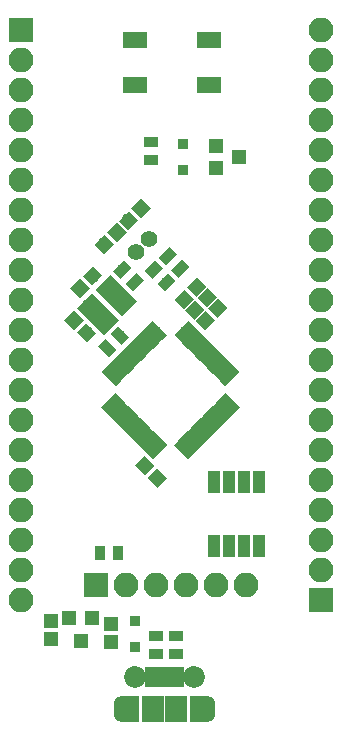
<source format=gbr>
G04 #@! TF.GenerationSoftware,KiCad,Pcbnew,(5.0.0)*
G04 #@! TF.CreationDate,2018-12-13T18:38:50+00:00*
G04 #@! TF.ProjectId,mogo,6D6F676F2E6B696361645F7063620000,rev?*
G04 #@! TF.SameCoordinates,Original*
G04 #@! TF.FileFunction,Soldermask,Top*
G04 #@! TF.FilePolarity,Negative*
%FSLAX46Y46*%
G04 Gerber Fmt 4.6, Leading zero omitted, Abs format (unit mm)*
G04 Created by KiCad (PCBNEW (5.0.0)) date 12/13/18 18:38:50*
%MOMM*%
%LPD*%
G01*
G04 APERTURE LIST*
%ADD10C,1.600000*%
%ADD11C,0.100000*%
%ADD12C,0.650000*%
%ADD13R,2.100000X2.100000*%
%ADD14O,2.100000X2.100000*%
%ADD15C,1.150000*%
%ADD16R,1.150000X1.200000*%
%ADD17R,0.900000X0.900000*%
%ADD18R,1.600000X2.300000*%
%ADD19O,1.600000X2.300000*%
%ADD20R,1.900000X2.300000*%
%ADD21C,1.850000*%
%ADD22R,0.800000X1.750000*%
%ADD23R,1.300000X1.200000*%
%ADD24C,0.900000*%
%ADD25R,1.300000X0.900000*%
%ADD26R,0.900000X1.300000*%
%ADD27R,1.000000X1.950000*%
%ADD28R,1.200000X1.300000*%
%ADD29C,1.400000*%
%ADD30R,2.100000X1.400000*%
G04 APERTURE END LIST*
D10*
G04 #@! TO.C,Y1*
X77247635Y-132302365D03*
D11*
G36*
X77318346Y-131100283D02*
X78449717Y-132231654D01*
X77176924Y-133504447D01*
X76045553Y-132373076D01*
X77318346Y-131100283D01*
X77318346Y-131100283D01*
G37*
D10*
X75692000Y-133858000D03*
D11*
G36*
X75762711Y-132655918D02*
X76894082Y-133787289D01*
X75621289Y-135060082D01*
X74489918Y-133928711D01*
X75762711Y-132655918D01*
X75762711Y-132655918D01*
G37*
D10*
X74560629Y-132726629D03*
D11*
G36*
X74631340Y-131524547D02*
X75762711Y-132655918D01*
X74489918Y-133928711D01*
X73358547Y-132797340D01*
X74631340Y-131524547D01*
X74631340Y-131524547D01*
G37*
D10*
X76116264Y-131170994D03*
D11*
G36*
X76186975Y-129968912D02*
X77318346Y-131100283D01*
X76045553Y-132373076D01*
X74914182Y-131241705D01*
X76186975Y-129968912D01*
X76186975Y-129968912D01*
G37*
G04 #@! TD*
D12*
G04 #@! TO.C,U2*
X82411371Y-134679542D03*
D11*
G36*
X82040140Y-135510392D02*
X81580521Y-135050773D01*
X82782602Y-133848692D01*
X83242221Y-134308311D01*
X82040140Y-135510392D01*
X82040140Y-135510392D01*
G37*
D12*
X82764924Y-135033095D03*
D11*
G36*
X82393693Y-135863945D02*
X81934074Y-135404326D01*
X83136155Y-134202245D01*
X83595774Y-134661864D01*
X82393693Y-135863945D01*
X82393693Y-135863945D01*
G37*
D12*
X83118478Y-135386649D03*
D11*
G36*
X82747247Y-136217499D02*
X82287628Y-135757880D01*
X83489709Y-134555799D01*
X83949328Y-135015418D01*
X82747247Y-136217499D01*
X82747247Y-136217499D01*
G37*
D12*
X83472031Y-135740202D03*
D11*
G36*
X83100800Y-136571052D02*
X82641181Y-136111433D01*
X83843262Y-134909352D01*
X84302881Y-135368971D01*
X83100800Y-136571052D01*
X83100800Y-136571052D01*
G37*
D12*
X83825584Y-136093755D03*
D11*
G36*
X83454353Y-136924605D02*
X82994734Y-136464986D01*
X84196815Y-135262905D01*
X84656434Y-135722524D01*
X83454353Y-136924605D01*
X83454353Y-136924605D01*
G37*
D12*
X84179138Y-136447309D03*
D11*
G36*
X83807907Y-137278159D02*
X83348288Y-136818540D01*
X84550369Y-135616459D01*
X85009988Y-136076078D01*
X83807907Y-137278159D01*
X83807907Y-137278159D01*
G37*
D12*
X84532691Y-136800862D03*
D11*
G36*
X84161460Y-137631712D02*
X83701841Y-137172093D01*
X84903922Y-135970012D01*
X85363541Y-136429631D01*
X84161460Y-137631712D01*
X84161460Y-137631712D01*
G37*
D12*
X84886245Y-137154416D03*
D11*
G36*
X84515014Y-137985266D02*
X84055395Y-137525647D01*
X85257476Y-136323566D01*
X85717095Y-136783185D01*
X84515014Y-137985266D01*
X84515014Y-137985266D01*
G37*
D12*
X85239798Y-137507969D03*
D11*
G36*
X84868567Y-138338819D02*
X84408948Y-137879200D01*
X85611029Y-136677119D01*
X86070648Y-137136738D01*
X84868567Y-138338819D01*
X84868567Y-138338819D01*
G37*
D12*
X85593351Y-137861522D03*
D11*
G36*
X85222120Y-138692372D02*
X84762501Y-138232753D01*
X85964582Y-137030672D01*
X86424201Y-137490291D01*
X85222120Y-138692372D01*
X85222120Y-138692372D01*
G37*
D12*
X85946905Y-138215076D03*
D11*
G36*
X85575674Y-139045926D02*
X85116055Y-138586307D01*
X86318136Y-137384226D01*
X86777755Y-137843845D01*
X85575674Y-139045926D01*
X85575674Y-139045926D01*
G37*
D12*
X86300458Y-138568629D03*
D11*
G36*
X85929227Y-139399479D02*
X85469608Y-138939860D01*
X86671689Y-137737779D01*
X87131308Y-138197398D01*
X85929227Y-139399479D01*
X85929227Y-139399479D01*
G37*
D12*
X86300458Y-140831371D03*
D11*
G36*
X85469608Y-140460140D02*
X85929227Y-140000521D01*
X87131308Y-141202602D01*
X86671689Y-141662221D01*
X85469608Y-140460140D01*
X85469608Y-140460140D01*
G37*
D12*
X85946905Y-141184924D03*
D11*
G36*
X85116055Y-140813693D02*
X85575674Y-140354074D01*
X86777755Y-141556155D01*
X86318136Y-142015774D01*
X85116055Y-140813693D01*
X85116055Y-140813693D01*
G37*
D12*
X85593351Y-141538478D03*
D11*
G36*
X84762501Y-141167247D02*
X85222120Y-140707628D01*
X86424201Y-141909709D01*
X85964582Y-142369328D01*
X84762501Y-141167247D01*
X84762501Y-141167247D01*
G37*
D12*
X85239798Y-141892031D03*
D11*
G36*
X84408948Y-141520800D02*
X84868567Y-141061181D01*
X86070648Y-142263262D01*
X85611029Y-142722881D01*
X84408948Y-141520800D01*
X84408948Y-141520800D01*
G37*
D12*
X84886245Y-142245584D03*
D11*
G36*
X84055395Y-141874353D02*
X84515014Y-141414734D01*
X85717095Y-142616815D01*
X85257476Y-143076434D01*
X84055395Y-141874353D01*
X84055395Y-141874353D01*
G37*
D12*
X84532691Y-142599138D03*
D11*
G36*
X83701841Y-142227907D02*
X84161460Y-141768288D01*
X85363541Y-142970369D01*
X84903922Y-143429988D01*
X83701841Y-142227907D01*
X83701841Y-142227907D01*
G37*
D12*
X84179138Y-142952691D03*
D11*
G36*
X83348288Y-142581460D02*
X83807907Y-142121841D01*
X85009988Y-143323922D01*
X84550369Y-143783541D01*
X83348288Y-142581460D01*
X83348288Y-142581460D01*
G37*
D12*
X83825584Y-143306245D03*
D11*
G36*
X82994734Y-142935014D02*
X83454353Y-142475395D01*
X84656434Y-143677476D01*
X84196815Y-144137095D01*
X82994734Y-142935014D01*
X82994734Y-142935014D01*
G37*
D12*
X83472031Y-143659798D03*
D11*
G36*
X82641181Y-143288567D02*
X83100800Y-142828948D01*
X84302881Y-144031029D01*
X83843262Y-144490648D01*
X82641181Y-143288567D01*
X82641181Y-143288567D01*
G37*
D12*
X83118478Y-144013351D03*
D11*
G36*
X82287628Y-143642120D02*
X82747247Y-143182501D01*
X83949328Y-144384582D01*
X83489709Y-144844201D01*
X82287628Y-143642120D01*
X82287628Y-143642120D01*
G37*
D12*
X82764924Y-144366905D03*
D11*
G36*
X81934074Y-143995674D02*
X82393693Y-143536055D01*
X83595774Y-144738136D01*
X83136155Y-145197755D01*
X81934074Y-143995674D01*
X81934074Y-143995674D01*
G37*
D12*
X82411371Y-144720458D03*
D11*
G36*
X81580521Y-144349227D02*
X82040140Y-143889608D01*
X83242221Y-145091689D01*
X82782602Y-145551308D01*
X81580521Y-144349227D01*
X81580521Y-144349227D01*
G37*
D12*
X80148629Y-144720458D03*
D11*
G36*
X79777398Y-145551308D02*
X79317779Y-145091689D01*
X80519860Y-143889608D01*
X80979479Y-144349227D01*
X79777398Y-145551308D01*
X79777398Y-145551308D01*
G37*
D12*
X79795076Y-144366905D03*
D11*
G36*
X79423845Y-145197755D02*
X78964226Y-144738136D01*
X80166307Y-143536055D01*
X80625926Y-143995674D01*
X79423845Y-145197755D01*
X79423845Y-145197755D01*
G37*
D12*
X79441522Y-144013351D03*
D11*
G36*
X79070291Y-144844201D02*
X78610672Y-144384582D01*
X79812753Y-143182501D01*
X80272372Y-143642120D01*
X79070291Y-144844201D01*
X79070291Y-144844201D01*
G37*
D12*
X79087969Y-143659798D03*
D11*
G36*
X78716738Y-144490648D02*
X78257119Y-144031029D01*
X79459200Y-142828948D01*
X79918819Y-143288567D01*
X78716738Y-144490648D01*
X78716738Y-144490648D01*
G37*
D12*
X78734416Y-143306245D03*
D11*
G36*
X78363185Y-144137095D02*
X77903566Y-143677476D01*
X79105647Y-142475395D01*
X79565266Y-142935014D01*
X78363185Y-144137095D01*
X78363185Y-144137095D01*
G37*
D12*
X78380862Y-142952691D03*
D11*
G36*
X78009631Y-143783541D02*
X77550012Y-143323922D01*
X78752093Y-142121841D01*
X79211712Y-142581460D01*
X78009631Y-143783541D01*
X78009631Y-143783541D01*
G37*
D12*
X78027309Y-142599138D03*
D11*
G36*
X77656078Y-143429988D02*
X77196459Y-142970369D01*
X78398540Y-141768288D01*
X78858159Y-142227907D01*
X77656078Y-143429988D01*
X77656078Y-143429988D01*
G37*
D12*
X77673755Y-142245584D03*
D11*
G36*
X77302524Y-143076434D02*
X76842905Y-142616815D01*
X78044986Y-141414734D01*
X78504605Y-141874353D01*
X77302524Y-143076434D01*
X77302524Y-143076434D01*
G37*
D12*
X77320202Y-141892031D03*
D11*
G36*
X76948971Y-142722881D02*
X76489352Y-142263262D01*
X77691433Y-141061181D01*
X78151052Y-141520800D01*
X76948971Y-142722881D01*
X76948971Y-142722881D01*
G37*
D12*
X76966649Y-141538478D03*
D11*
G36*
X76595418Y-142369328D02*
X76135799Y-141909709D01*
X77337880Y-140707628D01*
X77797499Y-141167247D01*
X76595418Y-142369328D01*
X76595418Y-142369328D01*
G37*
D12*
X76613095Y-141184924D03*
D11*
G36*
X76241864Y-142015774D02*
X75782245Y-141556155D01*
X76984326Y-140354074D01*
X77443945Y-140813693D01*
X76241864Y-142015774D01*
X76241864Y-142015774D01*
G37*
D12*
X76259542Y-140831371D03*
D11*
G36*
X75888311Y-141662221D02*
X75428692Y-141202602D01*
X76630773Y-140000521D01*
X77090392Y-140460140D01*
X75888311Y-141662221D01*
X75888311Y-141662221D01*
G37*
D12*
X76259542Y-138568629D03*
D11*
G36*
X75428692Y-138197398D02*
X75888311Y-137737779D01*
X77090392Y-138939860D01*
X76630773Y-139399479D01*
X75428692Y-138197398D01*
X75428692Y-138197398D01*
G37*
D12*
X76613095Y-138215076D03*
D11*
G36*
X75782245Y-137843845D02*
X76241864Y-137384226D01*
X77443945Y-138586307D01*
X76984326Y-139045926D01*
X75782245Y-137843845D01*
X75782245Y-137843845D01*
G37*
D12*
X76966649Y-137861522D03*
D11*
G36*
X76135799Y-137490291D02*
X76595418Y-137030672D01*
X77797499Y-138232753D01*
X77337880Y-138692372D01*
X76135799Y-137490291D01*
X76135799Y-137490291D01*
G37*
D12*
X77320202Y-137507969D03*
D11*
G36*
X76489352Y-137136738D02*
X76948971Y-136677119D01*
X78151052Y-137879200D01*
X77691433Y-138338819D01*
X76489352Y-137136738D01*
X76489352Y-137136738D01*
G37*
D12*
X77673755Y-137154416D03*
D11*
G36*
X76842905Y-136783185D02*
X77302524Y-136323566D01*
X78504605Y-137525647D01*
X78044986Y-137985266D01*
X76842905Y-136783185D01*
X76842905Y-136783185D01*
G37*
D12*
X78027309Y-136800862D03*
D11*
G36*
X77196459Y-136429631D02*
X77656078Y-135970012D01*
X78858159Y-137172093D01*
X78398540Y-137631712D01*
X77196459Y-136429631D01*
X77196459Y-136429631D01*
G37*
D12*
X78380862Y-136447309D03*
D11*
G36*
X77550012Y-136076078D02*
X78009631Y-135616459D01*
X79211712Y-136818540D01*
X78752093Y-137278159D01*
X77550012Y-136076078D01*
X77550012Y-136076078D01*
G37*
D12*
X78734416Y-136093755D03*
D11*
G36*
X77903566Y-135722524D02*
X78363185Y-135262905D01*
X79565266Y-136464986D01*
X79105647Y-136924605D01*
X77903566Y-135722524D01*
X77903566Y-135722524D01*
G37*
D12*
X79087969Y-135740202D03*
D11*
G36*
X78257119Y-135368971D02*
X78716738Y-134909352D01*
X79918819Y-136111433D01*
X79459200Y-136571052D01*
X78257119Y-135368971D01*
X78257119Y-135368971D01*
G37*
D12*
X79441522Y-135386649D03*
D11*
G36*
X78610672Y-135015418D02*
X79070291Y-134555799D01*
X80272372Y-135757880D01*
X79812753Y-136217499D01*
X78610672Y-135015418D01*
X78610672Y-135015418D01*
G37*
D12*
X79795076Y-135033095D03*
D11*
G36*
X78964226Y-134661864D02*
X79423845Y-134202245D01*
X80625926Y-135404326D01*
X80166307Y-135863945D01*
X78964226Y-134661864D01*
X78964226Y-134661864D01*
G37*
D12*
X80148629Y-134679542D03*
D11*
G36*
X79317779Y-134308311D02*
X79777398Y-133848692D01*
X80979479Y-135050773D01*
X80519860Y-135510392D01*
X79317779Y-134308311D01*
X79317779Y-134308311D01*
G37*
G04 #@! TD*
D13*
G04 #@! TO.C,J3*
X93980000Y-157480000D03*
D14*
X93980000Y-154940000D03*
X93980000Y-152400000D03*
X93980000Y-149860000D03*
X93980000Y-147320000D03*
X93980000Y-144780000D03*
X93980000Y-142240000D03*
X93980000Y-139700000D03*
X93980000Y-137160000D03*
X93980000Y-134620000D03*
X93980000Y-132080000D03*
X93980000Y-129540000D03*
X93980000Y-127000000D03*
X93980000Y-124460000D03*
X93980000Y-121920000D03*
X93980000Y-119380000D03*
X93980000Y-116840000D03*
X93980000Y-114300000D03*
X93980000Y-111760000D03*
X93980000Y-109220000D03*
G04 #@! TD*
D15*
G04 #@! TO.C,C1*
X74676000Y-130048000D03*
D11*
G36*
X74693678Y-129217150D02*
X75506850Y-130030322D01*
X74658322Y-130878850D01*
X73845150Y-130065678D01*
X74693678Y-129217150D01*
X74693678Y-129217150D01*
G37*
D15*
X73615340Y-131108660D03*
D11*
G36*
X73633018Y-130277810D02*
X74446190Y-131090982D01*
X73597662Y-131939510D01*
X72784490Y-131126338D01*
X73633018Y-130277810D01*
X73633018Y-130277810D01*
G37*
G04 #@! TD*
D15*
G04 #@! TO.C,C2*
X73107340Y-133813340D03*
D11*
G36*
X73938190Y-133831018D02*
X73125018Y-134644190D01*
X72276490Y-133795662D01*
X73089662Y-132982490D01*
X73938190Y-133831018D01*
X73938190Y-133831018D01*
G37*
D15*
X74168000Y-134874000D03*
D11*
G36*
X74998850Y-134891678D02*
X74185678Y-135704850D01*
X73337150Y-134856322D01*
X74150322Y-134043150D01*
X74998850Y-134891678D01*
X74998850Y-134891678D01*
G37*
G04 #@! TD*
D15*
G04 #@! TO.C,C3*
X75669670Y-127403330D03*
D11*
G36*
X75687348Y-126572480D02*
X76500520Y-127385652D01*
X75651992Y-128234180D01*
X74838820Y-127421008D01*
X75687348Y-126572480D01*
X75687348Y-126572480D01*
G37*
D15*
X76730330Y-126342670D03*
D11*
G36*
X76748008Y-125511820D02*
X77561180Y-126324992D01*
X76712652Y-127173520D01*
X75899480Y-126360348D01*
X76748008Y-125511820D01*
X76748008Y-125511820D01*
G37*
G04 #@! TD*
D15*
G04 #@! TO.C,C4*
X77713670Y-125371330D03*
D11*
G36*
X77695992Y-126202180D02*
X76882820Y-125389008D01*
X77731348Y-124540480D01*
X78544520Y-125353652D01*
X77695992Y-126202180D01*
X77695992Y-126202180D01*
G37*
D15*
X78774330Y-124310670D03*
D11*
G36*
X78756652Y-125141520D02*
X77943480Y-124328348D01*
X78792008Y-123479820D01*
X79605180Y-124292992D01*
X78756652Y-125141520D01*
X78756652Y-125141520D01*
G37*
G04 #@! TD*
D15*
G04 #@! TO.C,C5*
X83483660Y-131019340D03*
D11*
G36*
X83465982Y-131850190D02*
X82652810Y-131037018D01*
X83501338Y-130188490D01*
X84314510Y-131001662D01*
X83465982Y-131850190D01*
X83465982Y-131850190D01*
G37*
D15*
X82423000Y-132080000D03*
D11*
G36*
X82405322Y-132910850D02*
X81592150Y-132097678D01*
X82440678Y-131249150D01*
X83253850Y-132062322D01*
X82405322Y-132910850D01*
X82405322Y-132910850D01*
G37*
G04 #@! TD*
D15*
G04 #@! TO.C,C6*
X83312000Y-132969000D03*
D11*
G36*
X83294322Y-133799850D02*
X82481150Y-132986678D01*
X83329678Y-132138150D01*
X84142850Y-132951322D01*
X83294322Y-133799850D01*
X83294322Y-133799850D01*
G37*
D15*
X84372660Y-131908340D03*
D11*
G36*
X84354982Y-132739190D02*
X83541810Y-131926018D01*
X84390338Y-131077490D01*
X85203510Y-131890662D01*
X84354982Y-132739190D01*
X84354982Y-132739190D01*
G37*
G04 #@! TD*
D16*
G04 #@! TO.C,C7*
X76200000Y-161024000D03*
X76200000Y-159524000D03*
G04 #@! TD*
D15*
G04 #@! TO.C,C8*
X85261660Y-132797340D03*
D11*
G36*
X85243982Y-133628190D02*
X84430810Y-132815018D01*
X85279338Y-131966490D01*
X86092510Y-132779662D01*
X85243982Y-133628190D01*
X85243982Y-133628190D01*
G37*
D15*
X84201000Y-133858000D03*
D11*
G36*
X84183322Y-134688850D02*
X83370150Y-133875678D01*
X84218678Y-133027150D01*
X85031850Y-133840322D01*
X84183322Y-134688850D01*
X84183322Y-134688850D01*
G37*
G04 #@! TD*
D15*
G04 #@! TO.C,C9*
X79098670Y-146132340D03*
D11*
G36*
X78267820Y-146114662D02*
X79080992Y-145301490D01*
X79929520Y-146150018D01*
X79116348Y-146963190D01*
X78267820Y-146114662D01*
X78267820Y-146114662D01*
G37*
D15*
X80159330Y-147193000D03*
D11*
G36*
X79328480Y-147175322D02*
X80141652Y-146362150D01*
X80990180Y-147210678D01*
X80177008Y-148023850D01*
X79328480Y-147175322D01*
X79328480Y-147175322D01*
G37*
G04 #@! TD*
D16*
G04 #@! TO.C,C10*
X71120000Y-160770000D03*
X71120000Y-159270000D03*
G04 #@! TD*
D17*
G04 #@! TO.C,D1*
X78232000Y-161458000D03*
X78232000Y-159258000D03*
G04 #@! TD*
G04 #@! TO.C,D2*
X82296000Y-121071998D03*
X82296000Y-118872000D03*
G04 #@! TD*
D18*
G04 #@! TO.C,J1*
X77880000Y-166720000D03*
X83680000Y-166720000D03*
D19*
X84280000Y-166720000D03*
X77280000Y-166720000D03*
D20*
X79780000Y-166720000D03*
D21*
X83280000Y-164020000D03*
D22*
X80780000Y-164020000D03*
X81430000Y-164020000D03*
X82080000Y-164020000D03*
X79480000Y-164020000D03*
X80130000Y-164020000D03*
D21*
X78280000Y-164020000D03*
D20*
X81780000Y-166720000D03*
G04 #@! TD*
D14*
G04 #@! TO.C,J4*
X68580000Y-157480000D03*
X68580000Y-154940000D03*
X68580000Y-152400000D03*
X68580000Y-149860000D03*
X68580000Y-147320000D03*
X68580000Y-144780000D03*
X68580000Y-142240000D03*
X68580000Y-139700000D03*
X68580000Y-137160000D03*
X68580000Y-134620000D03*
X68580000Y-132080000D03*
X68580000Y-129540000D03*
X68580000Y-127000000D03*
X68580000Y-124460000D03*
X68580000Y-121920000D03*
X68580000Y-119380000D03*
X68580000Y-116840000D03*
X68580000Y-114300000D03*
X68580000Y-111760000D03*
D13*
X68580000Y-109220000D03*
G04 #@! TD*
D23*
G04 #@! TO.C,Q1*
X85106000Y-119065000D03*
X85106000Y-120965000D03*
X87106000Y-120015000D03*
G04 #@! TD*
D24*
G04 #@! TO.C,R1*
X77171340Y-129517670D03*
D11*
G36*
X77949157Y-129376249D02*
X77029919Y-130295487D01*
X76393523Y-129659091D01*
X77312761Y-128739853D01*
X77949157Y-129376249D01*
X77949157Y-129376249D01*
G37*
D24*
X78232000Y-130578330D03*
D11*
G36*
X79009817Y-130436909D02*
X78090579Y-131356147D01*
X77454183Y-130719751D01*
X78373421Y-129800513D01*
X79009817Y-130436909D01*
X79009817Y-130436909D01*
G37*
G04 #@! TD*
D24*
G04 #@! TO.C,R2*
X76984330Y-135105670D03*
D11*
G36*
X76842909Y-134327853D02*
X77762147Y-135247091D01*
X77125751Y-135883487D01*
X76206513Y-134964249D01*
X76842909Y-134327853D01*
X76842909Y-134327853D01*
G37*
D24*
X75923670Y-136166330D03*
D11*
G36*
X75782249Y-135388513D02*
X76701487Y-136307751D01*
X76065091Y-136944147D01*
X75145853Y-136024909D01*
X75782249Y-135388513D01*
X75782249Y-135388513D01*
G37*
G04 #@! TD*
D25*
G04 #@! TO.C,R3*
X81730000Y-160540000D03*
X81730000Y-162040000D03*
G04 #@! TD*
G04 #@! TO.C,R4*
X80010000Y-162040000D03*
X80010000Y-160540000D03*
G04 #@! TD*
D24*
G04 #@! TO.C,R5*
X80921330Y-130600660D03*
D11*
G36*
X81699147Y-130459239D02*
X80779909Y-131378477D01*
X80143513Y-130742081D01*
X81062751Y-129822843D01*
X81699147Y-130459239D01*
X81699147Y-130459239D01*
G37*
D24*
X79860670Y-129540000D03*
D11*
G36*
X80638487Y-129398579D02*
X79719249Y-130317817D01*
X79082853Y-129681421D01*
X80002091Y-128762183D01*
X80638487Y-129398579D01*
X80638487Y-129398579D01*
G37*
G04 #@! TD*
D24*
G04 #@! TO.C,R6*
X81026000Y-128397000D03*
D11*
G36*
X81803817Y-128255579D02*
X80884579Y-129174817D01*
X80248183Y-128538421D01*
X81167421Y-127619183D01*
X81803817Y-128255579D01*
X81803817Y-128255579D01*
G37*
D24*
X82086660Y-129457660D03*
D11*
G36*
X82864477Y-129316239D02*
X81945239Y-130235477D01*
X81308843Y-129599081D01*
X82228081Y-128679843D01*
X82864477Y-129316239D01*
X82864477Y-129316239D01*
G37*
G04 #@! TD*
D26*
G04 #@! TO.C,R7*
X76823000Y-153543000D03*
X75323000Y-153543000D03*
G04 #@! TD*
D25*
G04 #@! TO.C,R8*
X79629000Y-118769000D03*
X79629000Y-120269000D03*
G04 #@! TD*
D27*
G04 #@! TO.C,U1*
X84963000Y-147541000D03*
X86233000Y-147541000D03*
X87503000Y-147541000D03*
X88773000Y-147541000D03*
X88773000Y-152941000D03*
X87503000Y-152941000D03*
X86233000Y-152941000D03*
X84963000Y-152941000D03*
G04 #@! TD*
D28*
G04 #@! TO.C,U3*
X73676000Y-161020000D03*
X72726000Y-159020000D03*
X74626000Y-159020000D03*
G04 #@! TD*
D29*
G04 #@! TO.C,Y2*
X79419660Y-126955340D03*
X78359000Y-128016000D03*
G04 #@! TD*
D30*
G04 #@! TO.C,SW1*
X84557000Y-113914000D03*
X78257000Y-113914000D03*
X84557000Y-110114000D03*
X78257000Y-110114000D03*
G04 #@! TD*
D13*
G04 #@! TO.C,J2*
X74930000Y-156210000D03*
D14*
X77470000Y-156210000D03*
X80010000Y-156210000D03*
X82550000Y-156210000D03*
X85090000Y-156210000D03*
X87630000Y-156210000D03*
G04 #@! TD*
M02*

</source>
